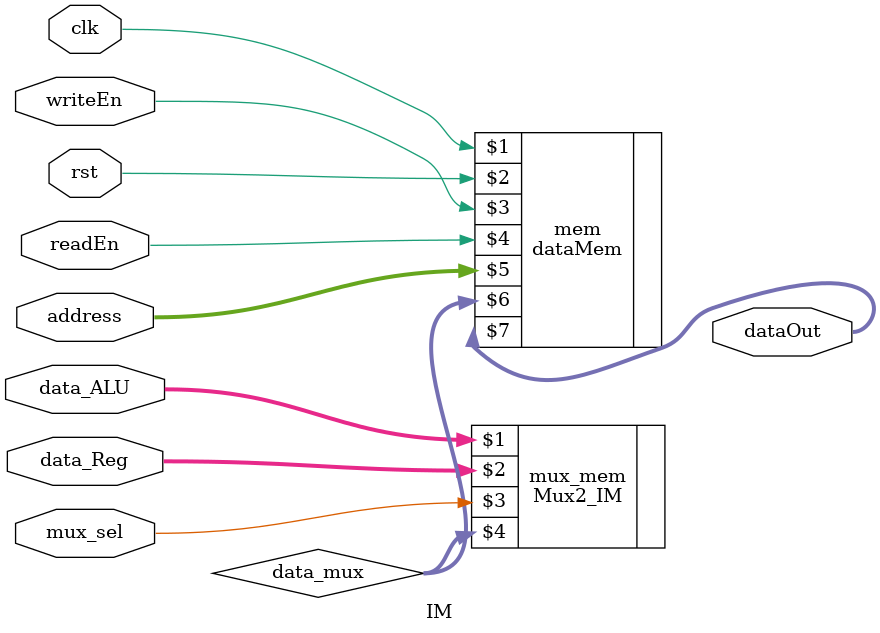
<source format=sv>
 module IM (clk, rst, readEn, writeEn, mux_sel, address, data_ALU, data_Reg, dataOut);
 
	parameter MEMORY_SIZE = 1024;
	parameter MEMORY_ADDR_SIZE = 10;
	parameter MEMORY_DATA_SIZE = 16;
	
	input logic clk, rst, readEn, writeEn, mux_sel;
	input logic [MEMORY_ADDR_SIZE-1:0] address;
	input logic [MEMORY_DATA_SIZE-1:0] data_ALU, data_Reg;
	output logic [MEMORY_DATA_SIZE-1:0] dataOut;
	
	logic [MEMORY_DATA_SIZE-1:0] data_mux;
	
	Mux2_IM mux_mem(data_ALU, data_Reg, mux_sel, data_mux);
	dataMem mem(clk, rst, writeEn, readEn, address, data_mux, dataOut);
	
 endmodule
 
</source>
